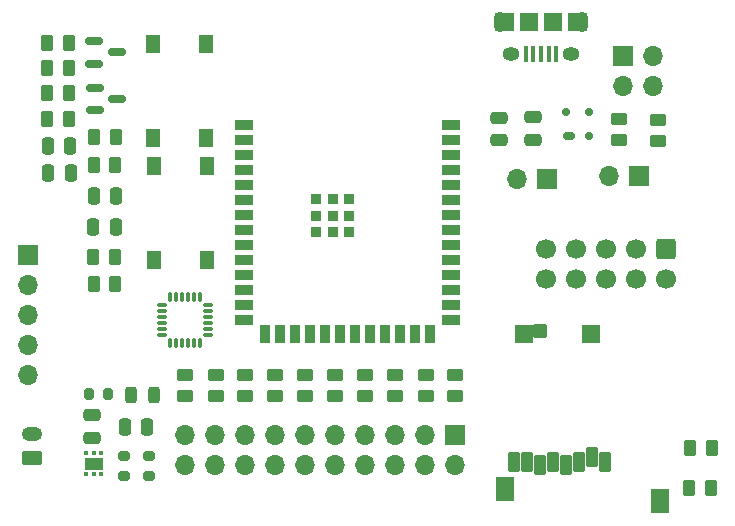
<source format=gts>
G04 #@! TF.GenerationSoftware,KiCad,Pcbnew,8.0.0*
G04 #@! TF.CreationDate,2024-04-09T16:33:37-05:00*
G04 #@! TF.ProjectId,esp32_example,65737033-325f-4657-9861-6d706c652e6b,rev?*
G04 #@! TF.SameCoordinates,Original*
G04 #@! TF.FileFunction,Soldermask,Top*
G04 #@! TF.FilePolarity,Negative*
%FSLAX46Y46*%
G04 Gerber Fmt 4.6, Leading zero omitted, Abs format (unit mm)*
G04 Created by KiCad (PCBNEW 8.0.0) date 2024-04-09 16:33:37*
%MOMM*%
%LPD*%
G01*
G04 APERTURE LIST*
G04 Aperture macros list*
%AMRoundRect*
0 Rectangle with rounded corners*
0 $1 Rounding radius*
0 $2 $3 $4 $5 $6 $7 $8 $9 X,Y pos of 4 corners*
0 Add a 4 corners polygon primitive as box body*
4,1,4,$2,$3,$4,$5,$6,$7,$8,$9,$2,$3,0*
0 Add four circle primitives for the rounded corners*
1,1,$1+$1,$2,$3*
1,1,$1+$1,$4,$5*
1,1,$1+$1,$6,$7*
1,1,$1+$1,$8,$9*
0 Add four rect primitives between the rounded corners*
20,1,$1+$1,$2,$3,$4,$5,0*
20,1,$1+$1,$4,$5,$6,$7,0*
20,1,$1+$1,$6,$7,$8,$9,0*
20,1,$1+$1,$8,$9,$2,$3,0*%
G04 Aperture macros list end*
%ADD10R,1.700000X1.700000*%
%ADD11O,1.700000X1.700000*%
%ADD12RoundRect,0.250000X0.262500X0.450000X-0.262500X0.450000X-0.262500X-0.450000X0.262500X-0.450000X0*%
%ADD13R,1.300000X1.550000*%
%ADD14RoundRect,0.150000X-0.587500X-0.150000X0.587500X-0.150000X0.587500X0.150000X-0.587500X0.150000X0*%
%ADD15RoundRect,0.250000X0.450000X-0.262500X0.450000X0.262500X-0.450000X0.262500X-0.450000X-0.262500X0*%
%ADD16RoundRect,0.102000X-0.400000X-0.750000X0.400000X-0.750000X0.400000X0.750000X-0.400000X0.750000X0*%
%ADD17RoundRect,0.102000X-0.500000X-0.475000X0.500000X-0.475000X0.500000X0.475000X-0.500000X0.475000X0*%
%ADD18RoundRect,0.102000X-0.650000X-0.700000X0.650000X-0.700000X0.650000X0.700000X-0.650000X0.700000X0*%
%ADD19RoundRect,0.102000X-0.700000X-0.950000X0.700000X-0.950000X0.700000X0.950000X-0.700000X0.950000X0*%
%ADD20R,1.498600X0.889000*%
%ADD21R,0.889000X1.498600*%
%ADD22R,0.889000X0.889000*%
%ADD23RoundRect,0.175000X0.325000X-0.175000X0.325000X0.175000X-0.325000X0.175000X-0.325000X-0.175000X0*%
%ADD24RoundRect,0.150000X0.150000X-0.200000X0.150000X0.200000X-0.150000X0.200000X-0.150000X-0.200000X0*%
%ADD25RoundRect,0.250000X-0.262500X-0.450000X0.262500X-0.450000X0.262500X0.450000X-0.262500X0.450000X0*%
%ADD26RoundRect,0.250000X0.475000X-0.250000X0.475000X0.250000X-0.475000X0.250000X-0.475000X-0.250000X0*%
%ADD27RoundRect,0.200000X-0.200000X-0.275000X0.200000X-0.275000X0.200000X0.275000X-0.200000X0.275000X0*%
%ADD28RoundRect,0.250000X0.625000X-0.350000X0.625000X0.350000X-0.625000X0.350000X-0.625000X-0.350000X0*%
%ADD29O,1.750000X1.200000*%
%ADD30RoundRect,0.250000X0.250000X0.475000X-0.250000X0.475000X-0.250000X-0.475000X0.250000X-0.475000X0*%
%ADD31RoundRect,0.243750X0.243750X0.456250X-0.243750X0.456250X-0.243750X-0.456250X0.243750X-0.456250X0*%
%ADD32RoundRect,0.093750X0.106250X-0.093750X0.106250X0.093750X-0.106250X0.093750X-0.106250X-0.093750X0*%
%ADD33R,1.600000X1.000000*%
%ADD34RoundRect,0.250000X-0.450000X0.262500X-0.450000X-0.262500X0.450000X-0.262500X0.450000X0.262500X0*%
%ADD35RoundRect,0.200000X-0.275000X0.200000X-0.275000X-0.200000X0.275000X-0.200000X0.275000X0.200000X0*%
%ADD36RoundRect,0.250000X-0.600000X0.600000X-0.600000X-0.600000X0.600000X-0.600000X0.600000X0.600000X0*%
%ADD37C,1.700000*%
%ADD38RoundRect,0.075000X-0.350000X-0.075000X0.350000X-0.075000X0.350000X0.075000X-0.350000X0.075000X0*%
%ADD39RoundRect,0.075000X0.075000X-0.350000X0.075000X0.350000X-0.075000X0.350000X-0.075000X-0.350000X0*%
%ADD40RoundRect,0.200000X0.275000X-0.200000X0.275000X0.200000X-0.275000X0.200000X-0.275000X-0.200000X0*%
%ADD41RoundRect,0.250000X-0.250000X-0.475000X0.250000X-0.475000X0.250000X0.475000X-0.250000X0.475000X0*%
%ADD42R,0.400000X1.350000*%
%ADD43O,1.100000X1.750000*%
%ADD44R,1.200000X1.550000*%
%ADD45O,1.450000X1.150000*%
%ADD46R,1.500000X1.550000*%
G04 APERTURE END LIST*
D10*
G04 #@! TO.C,J8*
X210670000Y-52690000D03*
D11*
X208130000Y-52690000D03*
G04 #@! TD*
D12*
G04 #@! TO.C,R12*
X174115100Y-59283600D03*
X172290100Y-59283600D03*
G04 #@! TD*
D13*
G04 #@! TO.C,SW2*
X181891600Y-51640400D03*
X181891600Y-59590400D03*
X177391600Y-51640400D03*
X177391600Y-59590400D03*
G04 #@! TD*
D14*
G04 #@! TO.C,Q2*
X172394400Y-44973200D03*
X172394400Y-46873200D03*
X174269400Y-45923200D03*
G04 #@! TD*
D15*
G04 #@! TO.C,R10*
X187706000Y-71118100D03*
X187706000Y-69293100D03*
G04 #@! TD*
D16*
G04 #@! TO.C,J6*
X215640000Y-76690000D03*
X214540000Y-76290000D03*
X213440000Y-76690000D03*
X212340000Y-76890000D03*
X211240000Y-76690000D03*
X210140000Y-76890000D03*
X209040000Y-76690000D03*
X207940000Y-76690000D03*
D17*
X210140000Y-65605000D03*
D18*
X208750000Y-65830000D03*
X214450000Y-65830000D03*
D19*
X220300000Y-79980000D03*
X207150000Y-78980000D03*
G04 #@! TD*
D20*
G04 #@! TO.C,U7*
X185052000Y-48105400D03*
X185052000Y-49375400D03*
X185052000Y-50645400D03*
X185052000Y-51915400D03*
X185052000Y-53185400D03*
X185052000Y-54455400D03*
X185052000Y-55725400D03*
X185052000Y-56995400D03*
X185052000Y-58265400D03*
X185052000Y-59535400D03*
X185052000Y-60805400D03*
X185052000Y-62075400D03*
X185052000Y-63345400D03*
X185052000Y-64615400D03*
D21*
X186817000Y-65865400D03*
X188087000Y-65865400D03*
X189357000Y-65865400D03*
X190627000Y-65865400D03*
X191897000Y-65865400D03*
X193167000Y-65865400D03*
X194437000Y-65865400D03*
X195707000Y-65865400D03*
X196977000Y-65865400D03*
X198247000Y-65865400D03*
X199517000Y-65865400D03*
X200787000Y-65865400D03*
D20*
X202552000Y-64615400D03*
X202552000Y-63345400D03*
X202552000Y-62075400D03*
X202552000Y-60805400D03*
X202552000Y-59535400D03*
X202552000Y-58265400D03*
X202552000Y-56995400D03*
X202552000Y-55725400D03*
X202552000Y-54455400D03*
X202552000Y-53185400D03*
X202552000Y-51915400D03*
X202552000Y-50645400D03*
X202552000Y-49375400D03*
X202552000Y-48105400D03*
D22*
X192552000Y-55825400D03*
X192552000Y-54425400D03*
X191152000Y-54425400D03*
X191152000Y-55825400D03*
X191152000Y-57225400D03*
X192552000Y-57225400D03*
X193952000Y-57225400D03*
X193952000Y-55825400D03*
X193952000Y-54425400D03*
G04 #@! TD*
D23*
G04 #@! TO.C,D1*
X212551500Y-49084600D03*
D24*
X214251500Y-49084600D03*
X214251500Y-47084600D03*
X212351500Y-47084600D03*
G04 #@! TD*
D25*
G04 #@! TO.C,R13*
X168378500Y-43332400D03*
X170203500Y-43332400D03*
G04 #@! TD*
D26*
G04 #@! TO.C,C23*
X206660800Y-49415600D03*
X206660800Y-47515600D03*
G04 #@! TD*
G04 #@! TO.C,C24*
X209505600Y-49390200D03*
X209505600Y-47490200D03*
G04 #@! TD*
D15*
G04 #@! TO.C,R5*
X192786000Y-71118100D03*
X192786000Y-69293100D03*
G04 #@! TD*
D12*
G04 #@! TO.C,R17*
X174140500Y-61620400D03*
X172315500Y-61620400D03*
G04 #@! TD*
D27*
G04 #@! TO.C,R22*
X171920400Y-70942200D03*
X173570400Y-70942200D03*
G04 #@! TD*
D28*
G04 #@! TO.C,J1*
X167098800Y-76320400D03*
D29*
X167098800Y-74320400D03*
G04 #@! TD*
D25*
G04 #@! TO.C,R25*
X172315500Y-51562000D03*
X174140500Y-51562000D03*
G04 #@! TD*
D30*
G04 #@! TO.C,C2*
X170342600Y-49911000D03*
X168442600Y-49911000D03*
G04 #@! TD*
D15*
G04 #@! TO.C,R1*
X202946000Y-71092700D03*
X202946000Y-69267700D03*
G04 #@! TD*
D25*
G04 #@! TO.C,R14*
X168378500Y-41224200D03*
X170203500Y-41224200D03*
G04 #@! TD*
D15*
G04 #@! TO.C,R15*
X182651400Y-71118100D03*
X182651400Y-69293100D03*
G04 #@! TD*
D30*
G04 #@! TO.C,C1*
X170393400Y-52247800D03*
X168493400Y-52247800D03*
G04 #@! TD*
D15*
G04 #@! TO.C,R2*
X200431400Y-71092700D03*
X200431400Y-69267700D03*
G04 #@! TD*
D31*
G04 #@! TO.C,D3*
X177391300Y-70967600D03*
X175516300Y-70967600D03*
G04 #@! TD*
D25*
G04 #@! TO.C,R24*
X172366300Y-49174400D03*
X174191300Y-49174400D03*
G04 #@! TD*
D12*
G04 #@! TO.C,R18*
X170203500Y-45440600D03*
X168378500Y-45440600D03*
G04 #@! TD*
D26*
G04 #@! TO.C,C3*
X172212000Y-74635400D03*
X172212000Y-72735400D03*
G04 #@! TD*
D15*
G04 #@! TO.C,R3*
X197840600Y-71092700D03*
X197840600Y-69267700D03*
G04 #@! TD*
D12*
G04 #@! TO.C,R9*
X224595000Y-78850000D03*
X222770000Y-78850000D03*
G04 #@! TD*
D32*
G04 #@! TO.C,U3*
X171674000Y-77695600D03*
X172324000Y-77695600D03*
X172974000Y-77695600D03*
X172974000Y-75920600D03*
X172324000Y-75920600D03*
X171674000Y-75920600D03*
D33*
X172324000Y-76808100D03*
G04 #@! TD*
D15*
G04 #@! TO.C,R4*
X195326000Y-71092700D03*
X195326000Y-69267700D03*
G04 #@! TD*
D10*
G04 #@! TO.C,J4*
X202946000Y-74396600D03*
D11*
X202946000Y-76936600D03*
X200406000Y-74396600D03*
X200406000Y-76936600D03*
X197866000Y-74396600D03*
X197866000Y-76936600D03*
X195326000Y-74396600D03*
X195326000Y-76936600D03*
X192786000Y-74396600D03*
X192786000Y-76936600D03*
X190246000Y-74396600D03*
X190246000Y-76936600D03*
X187706000Y-74396600D03*
X187706000Y-76936600D03*
X185166000Y-74396600D03*
X185166000Y-76936600D03*
X182626000Y-74396600D03*
X182626000Y-76936600D03*
X180086000Y-74396600D03*
X180086000Y-76936600D03*
G04 #@! TD*
D34*
G04 #@! TO.C,R8*
X220080000Y-47677500D03*
X220080000Y-49502500D03*
G04 #@! TD*
G04 #@! TO.C,R6*
X216780000Y-47617500D03*
X216780000Y-49442500D03*
G04 #@! TD*
D35*
G04 #@! TO.C,R21*
X174879000Y-76187800D03*
X174879000Y-77837800D03*
G04 #@! TD*
D36*
G04 #@! TO.C,J7*
X220810000Y-58600000D03*
D37*
X220810000Y-61140000D03*
X218270000Y-58600000D03*
X218270000Y-61140000D03*
X215730000Y-58600000D03*
X215730000Y-61140000D03*
X213190000Y-58600000D03*
X213190000Y-61140000D03*
X210650000Y-58600000D03*
X210650000Y-61140000D03*
G04 #@! TD*
D15*
G04 #@! TO.C,R11*
X185166000Y-71118100D03*
X185166000Y-69293100D03*
G04 #@! TD*
D25*
G04 #@! TO.C,R19*
X168378500Y-47625000D03*
X170203500Y-47625000D03*
G04 #@! TD*
D12*
G04 #@! TO.C,R23*
X224635000Y-75470000D03*
X222810000Y-75470000D03*
G04 #@! TD*
D15*
G04 #@! TO.C,R16*
X180086000Y-71118100D03*
X180086000Y-69293100D03*
G04 #@! TD*
D10*
G04 #@! TO.C,J3*
X166725600Y-59156600D03*
D11*
X166725600Y-61696600D03*
X166725600Y-64236600D03*
X166725600Y-66776600D03*
X166725600Y-69316600D03*
G04 #@! TD*
D38*
G04 #@! TO.C,U1*
X178116400Y-63405000D03*
X178116400Y-63905000D03*
X178116400Y-64405000D03*
X178116400Y-64905000D03*
X178116400Y-65405000D03*
X178116400Y-65905000D03*
D39*
X178816400Y-66605000D03*
X179316400Y-66605000D03*
X179816400Y-66605000D03*
X180316400Y-66605000D03*
X180816400Y-66605000D03*
X181316400Y-66605000D03*
D38*
X182016400Y-65905000D03*
X182016400Y-65405000D03*
X182016400Y-64905000D03*
X182016400Y-64405000D03*
X182016400Y-63905000D03*
X182016400Y-63405000D03*
D39*
X181316400Y-62705000D03*
X180816400Y-62705000D03*
X180316400Y-62705000D03*
X179816400Y-62705000D03*
X179316400Y-62705000D03*
X178816400Y-62705000D03*
G04 #@! TD*
D13*
G04 #@! TO.C,SW1*
X181828000Y-41313200D03*
X181828000Y-49263200D03*
X177328000Y-41313200D03*
X177328000Y-49263200D03*
G04 #@! TD*
D10*
G04 #@! TO.C,J5*
X218525000Y-52480000D03*
D11*
X215985000Y-52480000D03*
G04 #@! TD*
D14*
G04 #@! TO.C,Q3*
X172392100Y-41036200D03*
X172392100Y-42936200D03*
X174267100Y-41986200D03*
G04 #@! TD*
D40*
G04 #@! TO.C,R20*
X177012600Y-77837800D03*
X177012600Y-76187800D03*
G04 #@! TD*
D15*
G04 #@! TO.C,R7*
X190246000Y-71118100D03*
X190246000Y-69293100D03*
G04 #@! TD*
D41*
G04 #@! TO.C,C4*
X174960200Y-73710800D03*
X176860200Y-73710800D03*
G04 #@! TD*
D42*
G04 #@! TO.C,J2*
X211500000Y-42140000D03*
X210850000Y-42140000D03*
X210200000Y-42140000D03*
X209550000Y-42140000D03*
X208900000Y-42140000D03*
D43*
X213700000Y-39440000D03*
D44*
X213100000Y-39440000D03*
D45*
X212700000Y-42140000D03*
D46*
X211200000Y-39440000D03*
X209200000Y-39440000D03*
D45*
X207700000Y-42140000D03*
D44*
X207300000Y-39440000D03*
D43*
X206700000Y-39440000D03*
G04 #@! TD*
D10*
G04 #@! TO.C,J9*
X217130000Y-42280000D03*
D11*
X219670000Y-42280000D03*
X217130000Y-44820000D03*
X219670000Y-44820000D03*
G04 #@! TD*
D30*
G04 #@! TO.C,C19*
X174203400Y-56743600D03*
X172303400Y-56743600D03*
G04 #@! TD*
D41*
G04 #@! TO.C,C18*
X172328800Y-54152800D03*
X174228800Y-54152800D03*
G04 #@! TD*
M02*

</source>
